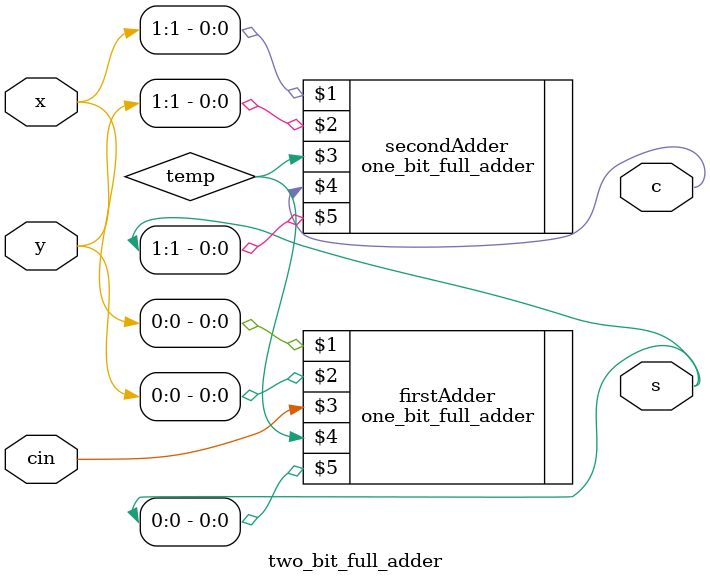
<source format=sv>
`timescale 1ns / 1ps


module two_bit_full_adder(

    input logic [1:0] x,
    input logic [1:0] y,
    input cin,
    output logic [1:0] s,
    output c);
    
    logic temp;
    
    one_bit_full_adder firstAdder(x[0],y[0],cin,temp,s[0]);
    one_bit_full_adder secondAdder(x[1],y[1],temp,c,s[1]);

    
endmodule

</source>
